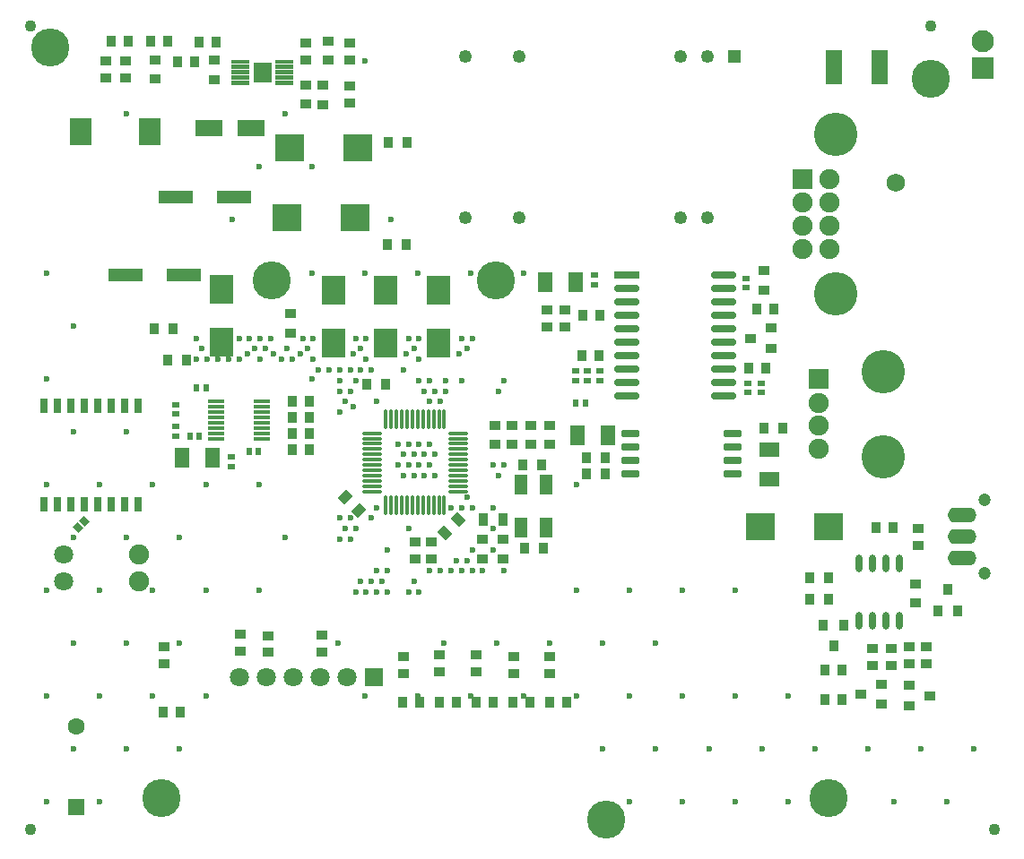
<source format=gts>
G04*
G04 #@! TF.GenerationSoftware,Altium Limited,Altium Designer,21.0.9 (235)*
G04*
G04 Layer_Color=8388736*
%FSLAX44Y44*%
%MOMM*%
G71*
G04*
G04 #@! TF.SameCoordinates,FA964728-6FA9-4AF5-8778-7C994F639020*
G04*
G04*
G04 #@! TF.FilePolarity,Negative*
G04*
G01*
G75*
%ADD26R,1.1000X0.9000*%
%ADD27R,1.6000X3.3000*%
%ADD28R,2.7000X2.5000*%
%ADD29R,0.9000X1.1000*%
%ADD30R,1.4970X0.3794*%
%ADD31R,0.7000X1.4000*%
G04:AMPARAMS|DCode=32|XSize=0.72mm|YSize=0.6mm|CornerRadius=0mm|HoleSize=0mm|Usage=FLASHONLY|Rotation=135.000|XOffset=0mm|YOffset=0mm|HoleType=Round|Shape=Rectangle|*
%AMROTATEDRECTD32*
4,1,4,0.4667,-0.0424,0.0424,-0.4667,-0.4667,0.0424,-0.0424,0.4667,0.4667,-0.0424,0.0*
%
%ADD32ROTATEDRECTD32*%

G04:AMPARAMS|DCode=33|XSize=1.67mm|YSize=0.7mm|CornerRadius=0.125mm|HoleSize=0mm|Usage=FLASHONLY|Rotation=0.000|XOffset=0mm|YOffset=0mm|HoleType=Round|Shape=RoundedRectangle|*
%AMROUNDEDRECTD33*
21,1,1.6700,0.4500,0,0,0.0*
21,1,1.4200,0.7000,0,0,0.0*
1,1,0.2500,0.7100,-0.2250*
1,1,0.2500,-0.7100,-0.2250*
1,1,0.2500,-0.7100,0.2250*
1,1,0.2500,0.7100,0.2250*
%
%ADD33ROUNDEDRECTD33*%
%ADD34R,2.3000X2.7000*%
%ADD35O,1.9000X0.3500*%
%ADD36O,0.3500X1.9000*%
G04:AMPARAMS|DCode=37|XSize=1.1mm|YSize=0.9mm|CornerRadius=0mm|HoleSize=0mm|Usage=FLASHONLY|Rotation=315.000|XOffset=0mm|YOffset=0mm|HoleType=Round|Shape=Rectangle|*
%AMROTATEDRECTD37*
4,1,4,-0.7071,0.0707,-0.0707,0.7071,0.7071,-0.0707,0.0707,-0.7071,-0.7071,0.0707,0.0*
%
%ADD37ROTATEDRECTD37*%

%ADD38R,1.3000X1.9000*%
%ADD39R,0.9000X1.2000*%
G04:AMPARAMS|DCode=40|XSize=1.1mm|YSize=0.9mm|CornerRadius=0mm|HoleSize=0mm|Usage=FLASHONLY|Rotation=225.000|XOffset=0mm|YOffset=0mm|HoleType=Round|Shape=Rectangle|*
%AMROTATEDRECTD40*
4,1,4,0.0707,0.7071,0.7071,0.0707,-0.0707,-0.7071,-0.7071,-0.0707,0.0707,0.7071,0.0*
%
%ADD40ROTATEDRECTD40*%

%ADD41R,0.7200X0.6000*%
%ADD42R,0.6000X0.7200*%
%ADD43R,1.3500X1.8500*%
%ADD44R,3.3000X1.3000*%
%ADD45R,1.1000X0.9000*%
%ADD46R,1.6700X1.9800*%
%ADD47R,2.1000X2.6000*%
%ADD48R,2.5000X1.6500*%
G04:AMPARAMS|DCode=49|XSize=1.65mm|YSize=0.7mm|CornerRadius=0.35mm|HoleSize=0mm|Usage=FLASHONLY|Rotation=270.000|XOffset=0mm|YOffset=0mm|HoleType=Round|Shape=RoundedRectangle|*
%AMROUNDEDRECTD49*
21,1,1.6500,0.0000,0,0,270.0*
21,1,0.9500,0.7000,0,0,270.0*
1,1,0.7000,0.0000,-0.4750*
1,1,0.7000,0.0000,0.4750*
1,1,0.7000,0.0000,0.4750*
1,1,0.7000,0.0000,-0.4750*
%
%ADD49ROUNDEDRECTD49*%
%ADD50R,1.8500X1.3500*%
%ADD51O,2.4000X0.7000*%
%ADD52R,2.4000X0.7000*%
%ADD53R,0.9000X1.1000*%
%ADD54C,1.8000*%
%ADD55R,1.8000X1.8000*%
%ADD56C,1.1000*%
%ADD57C,1.9000*%
%ADD58R,1.9000X1.9000*%
%ADD59C,4.1000*%
%ADD60C,1.7500*%
%ADD61R,2.1000X2.1000*%
%ADD62C,2.1000*%
%ADD63R,1.2500X1.2500*%
%ADD64C,1.2500*%
%ADD65C,3.6000*%
G04:AMPARAMS|DCode=66|XSize=1.6mm|YSize=1.6mm|CornerRadius=0.125mm|HoleSize=0mm|Usage=FLASHONLY|Rotation=180.000|XOffset=0mm|YOffset=0mm|HoleType=Round|Shape=RoundedRectangle|*
%AMROUNDEDRECTD66*
21,1,1.6000,1.3500,0,0,180.0*
21,1,1.3500,1.6000,0,0,180.0*
1,1,0.2500,-0.6750,0.6750*
1,1,0.2500,0.6750,0.6750*
1,1,0.2500,0.6750,-0.6750*
1,1,0.2500,-0.6750,-0.6750*
%
%ADD66ROUNDEDRECTD66*%
%ADD67C,1.6000*%
%ADD68O,2.7160X1.4080*%
%ADD69C,1.2000*%
%ADD70C,0.6000*%
G36*
X-660308Y-22080D02*
X-643308D01*
Y-26080D01*
X-660308D01*
Y-22080D01*
D02*
G37*
G36*
Y-17080D02*
X-643308D01*
Y-21080D01*
X-660308D01*
Y-17080D01*
D02*
G37*
G36*
Y-7080D02*
X-643308D01*
Y-11080D01*
X-660308D01*
Y-7080D01*
D02*
G37*
G36*
Y-12080D02*
X-643308D01*
Y-16080D01*
X-660308D01*
Y-12080D01*
D02*
G37*
G36*
Y-2080D02*
X-643308D01*
Y-6080D01*
X-660308D01*
Y-2080D01*
D02*
G37*
G36*
X-618308Y-17080D02*
X-601308D01*
Y-21080D01*
X-618308D01*
Y-17080D01*
D02*
G37*
G36*
Y-22080D02*
X-601308D01*
Y-26080D01*
X-618308D01*
Y-22080D01*
D02*
G37*
G36*
Y-12080D02*
X-601308D01*
Y-16080D01*
X-618308D01*
Y-12080D01*
D02*
G37*
G36*
Y-7080D02*
X-601308D01*
Y-11080D01*
X-618308D01*
Y-7080D01*
D02*
G37*
G36*
Y-2080D02*
X-601308D01*
Y-6080D01*
X-618308D01*
Y-2080D01*
D02*
G37*
D26*
X-13970Y-497730D02*
D03*
Y-515730D02*
D03*
X-411480Y-347870D02*
D03*
Y-365870D02*
D03*
X-394970Y-347870D02*
D03*
Y-365870D02*
D03*
X-377190D02*
D03*
Y-347870D02*
D03*
X-361950Y-254380D02*
D03*
Y-238380D02*
D03*
X-359410Y-365870D02*
D03*
Y-347870D02*
D03*
X-422910Y-455820D02*
D03*
Y-473820D02*
D03*
X-403860Y-455820D02*
D03*
Y-473820D02*
D03*
X-345440Y-254380D02*
D03*
Y-238380D02*
D03*
X-486410Y-458090D02*
D03*
Y-474090D02*
D03*
X-471170Y-474090D02*
D03*
Y-458090D02*
D03*
X-778899Y-3115D02*
D03*
Y-19115D02*
D03*
X-760348Y-19209D02*
D03*
Y-3209D02*
D03*
X-731909Y-20289D02*
D03*
Y-2289D02*
D03*
X-676029Y-20845D02*
D03*
Y-2845D02*
D03*
X-590168Y-26339D02*
D03*
Y-44339D02*
D03*
X-589638Y13935D02*
D03*
Y-2065D02*
D03*
X-574040Y-44450D02*
D03*
Y-26450D02*
D03*
X-548258Y-27339D02*
D03*
Y-43339D02*
D03*
X-604520Y-242460D02*
D03*
Y-260460D02*
D03*
X-568578Y15571D02*
D03*
Y-2429D02*
D03*
X-548258Y13301D02*
D03*
Y-2699D02*
D03*
X-463550Y-564770D02*
D03*
Y-580770D02*
D03*
X-429260Y-564770D02*
D03*
Y-580770D02*
D03*
X-393700Y-566040D02*
D03*
Y-582040D02*
D03*
X-651510Y-561390D02*
D03*
Y-545390D02*
D03*
X-497840Y-566040D02*
D03*
Y-582040D02*
D03*
X-359410Y-566040D02*
D03*
Y-582040D02*
D03*
X-625730Y-562445D02*
D03*
Y-546445D02*
D03*
X-574930Y-562065D02*
D03*
Y-546065D02*
D03*
X-3810Y-573150D02*
D03*
Y-557150D02*
D03*
X-20320Y-557150D02*
D03*
Y-573150D02*
D03*
X-36830Y-574800D02*
D03*
Y-558800D02*
D03*
X-54610Y-574800D02*
D03*
Y-558800D02*
D03*
X-723900Y-573150D02*
D03*
Y-557150D02*
D03*
X-11430Y-461390D02*
D03*
Y-445390D02*
D03*
X-157480Y-219820D02*
D03*
Y-201820D02*
D03*
D27*
X-47850Y-8890D02*
D03*
X-90850D02*
D03*
D28*
X-543310Y-151130D02*
D03*
X-607310D02*
D03*
X-604770Y-85090D02*
D03*
X-540770D02*
D03*
X-96270Y-443230D02*
D03*
X-160270D02*
D03*
D29*
X-720200Y-285750D02*
D03*
X-702200D02*
D03*
X-514570Y-308610D02*
D03*
X-532570D02*
D03*
X-602360Y-325120D02*
D03*
X-586360D02*
D03*
X-602360Y-370840D02*
D03*
X-586360D02*
D03*
X-602360Y-340360D02*
D03*
X-586360D02*
D03*
X-602360Y-355600D02*
D03*
X-586360D02*
D03*
X-384920Y-384810D02*
D03*
X-366920D02*
D03*
X-365540Y-463550D02*
D03*
X-383540D02*
D03*
X-513190Y-176530D02*
D03*
X-495190D02*
D03*
X-164210Y-237490D02*
D03*
X-148210D02*
D03*
X-171830Y-293370D02*
D03*
X-155830D02*
D03*
X-328040Y-243840D02*
D03*
X-312040D02*
D03*
X-329310Y-281940D02*
D03*
X-313310D02*
D03*
X-757428Y15461D02*
D03*
X-773428D02*
D03*
X-714900Y-256540D02*
D03*
X-732900D02*
D03*
X-736099Y14935D02*
D03*
X-720099D02*
D03*
X-710699Y-4115D02*
D03*
X-694699D02*
D03*
X-690379Y14825D02*
D03*
X-674379D02*
D03*
X-511920Y-80010D02*
D03*
X-493920D02*
D03*
X-429005Y-609600D02*
D03*
X-413005D02*
D03*
X-394398D02*
D03*
X-378397D02*
D03*
X-343790D02*
D03*
X-359790D02*
D03*
X-463613D02*
D03*
X-447612D02*
D03*
X-482220D02*
D03*
X-498220D02*
D03*
X-708280Y-618490D02*
D03*
X-724280D02*
D03*
X-114410Y-511810D02*
D03*
X-96410D02*
D03*
X-99859Y-607060D02*
D03*
X-83859D02*
D03*
X-83440Y-579120D02*
D03*
X-99440D02*
D03*
X-114410Y-491490D02*
D03*
X-96410D02*
D03*
X-157590Y-350520D02*
D03*
X-139590D02*
D03*
X-307230Y-378460D02*
D03*
X-325230D02*
D03*
X-307230Y-393700D02*
D03*
X-325230D02*
D03*
X-35180Y-444500D02*
D03*
X-51180D02*
D03*
D30*
X-674624Y-360413D02*
D03*
Y-355410D02*
D03*
Y-350406D02*
D03*
Y-345402D02*
D03*
Y-340398D02*
D03*
Y-335394D02*
D03*
Y-330391D02*
D03*
Y-325387D02*
D03*
X-630936D02*
D03*
Y-330391D02*
D03*
Y-335394D02*
D03*
Y-340398D02*
D03*
Y-345402D02*
D03*
Y-350406D02*
D03*
Y-355410D02*
D03*
Y-360413D02*
D03*
D31*
X-824230Y-422420D02*
D03*
X-798830Y-329420D02*
D03*
X-836930Y-422420D02*
D03*
X-811530D02*
D03*
X-798830D02*
D03*
X-811530Y-329420D02*
D03*
X-786130D02*
D03*
X-773430D02*
D03*
Y-422420D02*
D03*
X-748030Y-329420D02*
D03*
X-786130Y-422420D02*
D03*
X-760730D02*
D03*
Y-329420D02*
D03*
X-748030Y-422420D02*
D03*
X-824230Y-329420D02*
D03*
X-836930D02*
D03*
D32*
X-805180Y-444500D02*
D03*
X-798816Y-438136D02*
D03*
D33*
X-283200Y-355600D02*
D03*
Y-368300D02*
D03*
Y-381000D02*
D03*
Y-393700D02*
D03*
X-186700D02*
D03*
Y-381000D02*
D03*
Y-368300D02*
D03*
Y-355600D02*
D03*
D34*
X-464820Y-220110D02*
D03*
Y-270110D02*
D03*
X-514350D02*
D03*
Y-220110D02*
D03*
X-563880Y-270110D02*
D03*
Y-220110D02*
D03*
X-669290Y-268840D02*
D03*
Y-218840D02*
D03*
D35*
X-446050Y-410210D02*
D03*
Y-405210D02*
D03*
Y-400210D02*
D03*
Y-395210D02*
D03*
Y-390210D02*
D03*
Y-385210D02*
D03*
Y-380210D02*
D03*
Y-375210D02*
D03*
Y-370210D02*
D03*
Y-365210D02*
D03*
Y-360210D02*
D03*
Y-355210D02*
D03*
X-527050D02*
D03*
Y-360210D02*
D03*
Y-365210D02*
D03*
Y-370210D02*
D03*
Y-375210D02*
D03*
Y-380210D02*
D03*
Y-385210D02*
D03*
Y-390210D02*
D03*
Y-395210D02*
D03*
Y-400210D02*
D03*
Y-405210D02*
D03*
Y-410210D02*
D03*
D36*
X-459050Y-342210D02*
D03*
X-464050D02*
D03*
X-469050D02*
D03*
X-474050D02*
D03*
X-479050D02*
D03*
X-484050D02*
D03*
X-489050D02*
D03*
X-494050D02*
D03*
X-499050D02*
D03*
X-504050D02*
D03*
X-509050D02*
D03*
X-514050D02*
D03*
Y-423210D02*
D03*
X-509050D02*
D03*
X-504050D02*
D03*
X-499050D02*
D03*
X-494050D02*
D03*
X-489050D02*
D03*
X-484050D02*
D03*
X-479050D02*
D03*
X-474050D02*
D03*
X-469050D02*
D03*
X-464050D02*
D03*
X-459050D02*
D03*
D37*
X-445756Y-436866D02*
D03*
X-458484Y-449594D02*
D03*
D38*
X-362650Y-444180D02*
D03*
Y-404180D02*
D03*
X-386650D02*
D03*
Y-444180D02*
D03*
D39*
X-421860Y-436880D02*
D03*
X-403860D02*
D03*
D40*
X-539736Y-428004D02*
D03*
X-552464Y-415276D02*
D03*
D41*
X-660400Y-377770D02*
D03*
Y-386770D02*
D03*
X-712470Y-337240D02*
D03*
Y-328240D02*
D03*
X-712470Y-358140D02*
D03*
Y-349140D02*
D03*
X-312420Y-305490D02*
D03*
Y-296490D02*
D03*
X-323850D02*
D03*
Y-305490D02*
D03*
X-172720Y-307920D02*
D03*
Y-316920D02*
D03*
X-160020D02*
D03*
Y-307920D02*
D03*
X-173990Y-208860D02*
D03*
Y-217860D02*
D03*
X-317500Y-214630D02*
D03*
Y-205630D02*
D03*
X-335280Y-296490D02*
D03*
Y-305490D02*
D03*
D42*
X-643310Y-372110D02*
D03*
X-634310D02*
D03*
X-690190Y-358140D02*
D03*
X-699190D02*
D03*
X-683840Y-312420D02*
D03*
X-692840D02*
D03*
X-334700Y-326390D02*
D03*
X-325700D02*
D03*
D43*
X-706400Y-378460D02*
D03*
X-677900D02*
D03*
X-304520Y-356870D02*
D03*
X-333020D02*
D03*
X-363500Y-212090D02*
D03*
X-335000D02*
D03*
D44*
X-760290Y-205740D02*
D03*
X-705290D02*
D03*
X-712918Y-132190D02*
D03*
X-657918D02*
D03*
D45*
X-150270Y-274930D02*
D03*
Y-255930D02*
D03*
X-170020Y-265430D02*
D03*
X-19910Y-593750D02*
D03*
Y-612750D02*
D03*
X-160Y-603250D02*
D03*
X-46130Y-611480D02*
D03*
Y-592480D02*
D03*
X-65880Y-601980D02*
D03*
D46*
X-630808Y-14080D02*
D03*
D47*
X-802120Y-69850D02*
D03*
X-737120D02*
D03*
D48*
X-681289Y-66670D02*
D03*
X-641288D02*
D03*
D49*
X-29210Y-532460D02*
D03*
X-41910D02*
D03*
X-54610D02*
D03*
X-67310D02*
D03*
Y-478460D02*
D03*
X-54610D02*
D03*
X-41910D02*
D03*
X-29210D02*
D03*
D50*
X-152400Y-370560D02*
D03*
Y-399060D02*
D03*
D51*
X-195550Y-320040D02*
D03*
X-287050D02*
D03*
X-195550Y-307340D02*
D03*
X-287050D02*
D03*
Y-218440D02*
D03*
Y-231140D02*
D03*
Y-243840D02*
D03*
Y-256540D02*
D03*
Y-269240D02*
D03*
Y-281940D02*
D03*
Y-294640D02*
D03*
X-195550Y-205740D02*
D03*
Y-218440D02*
D03*
Y-231140D02*
D03*
Y-243840D02*
D03*
Y-256540D02*
D03*
Y-269240D02*
D03*
Y-281940D02*
D03*
Y-294640D02*
D03*
D52*
X-287050Y-205740D02*
D03*
D53*
X-81940Y-536350D02*
D03*
X-100940D02*
D03*
X-91440Y-556100D02*
D03*
X7010Y-522830D02*
D03*
X26010D02*
D03*
X16510Y-503080D02*
D03*
D54*
X-601980Y-585470D02*
D03*
X-576580D02*
D03*
X-551180D02*
D03*
X-627380D02*
D03*
X-652780D02*
D03*
X-818790Y-495100D02*
D03*
Y-470100D02*
D03*
D55*
X-525780Y-585470D02*
D03*
D56*
X0Y30000D02*
D03*
X-850000D02*
D03*
Y-730000D02*
D03*
X60000D02*
D03*
D57*
X-105450Y-369891D02*
D03*
Y-348180D02*
D03*
Y-326333D02*
D03*
X-120920Y-137110D02*
D03*
Y-159110D02*
D03*
Y-181110D02*
D03*
X-95520Y-115110D02*
D03*
Y-137110D02*
D03*
Y-159110D02*
D03*
Y-181110D02*
D03*
X-746990Y-495100D02*
D03*
Y-470100D02*
D03*
D58*
X-105450Y-304180D02*
D03*
X-120920Y-115110D02*
D03*
D59*
X-44450Y-377180D02*
D03*
Y-297180D02*
D03*
X-89020Y-73110D02*
D03*
Y-223110D02*
D03*
D60*
X-33020Y-118110D02*
D03*
D61*
X49530Y-10160D02*
D03*
D62*
Y15240D02*
D03*
D63*
X-185050Y1270D02*
D03*
D64*
X-388250D02*
D03*
X-235850Y-151130D02*
D03*
Y1270D02*
D03*
X-439050Y-151130D02*
D03*
X-388250D02*
D03*
X-210450D02*
D03*
X-439050Y1270D02*
D03*
X-210450D02*
D03*
D65*
X-622200Y-210320D02*
D03*
X-410110D02*
D03*
X-95860Y-700320D02*
D03*
X0Y-20320D02*
D03*
X-725860Y-700320D02*
D03*
X-830860Y9680D02*
D03*
X-305970Y-720320D02*
D03*
D66*
X-806450Y-708560D02*
D03*
D67*
Y-632560D02*
D03*
D68*
X29800Y-452830D02*
D03*
Y-472830D02*
D03*
Y-432830D02*
D03*
D69*
X50800Y-487830D02*
D03*
Y-417830D02*
D03*
D70*
X-472749Y-365370D02*
D03*
X-467749Y-375370D02*
D03*
X-472749Y-385370D02*
D03*
X-467749Y-395370D02*
D03*
X-482749Y-365370D02*
D03*
X-477749Y-375370D02*
D03*
X-482749Y-385370D02*
D03*
X-477749Y-395370D02*
D03*
X-492749Y-365370D02*
D03*
X-487749Y-375370D02*
D03*
X-492749Y-385370D02*
D03*
X-487749Y-395370D02*
D03*
X-502749Y-365370D02*
D03*
X-497749Y-375370D02*
D03*
X-502749Y-385370D02*
D03*
X-497749Y-395370D02*
D03*
X40800Y-653530D02*
D03*
X15800Y-703530D02*
D03*
X-9200Y-653530D02*
D03*
X-34200Y-703530D02*
D03*
X-59200Y-653530D02*
D03*
X-134200Y-603530D02*
D03*
X-109200Y-653530D02*
D03*
X-134200Y-703530D02*
D03*
X-184200Y-503530D02*
D03*
Y-603530D02*
D03*
X-159200Y-653530D02*
D03*
X-184200Y-703530D02*
D03*
X-234200Y-503530D02*
D03*
Y-603530D02*
D03*
X-209200Y-653530D02*
D03*
X-234200Y-703530D02*
D03*
X-284200Y-503530D02*
D03*
X-259200Y-553530D02*
D03*
X-284200Y-603530D02*
D03*
X-259200Y-653530D02*
D03*
X-284200Y-703530D02*
D03*
X-334200Y-403530D02*
D03*
Y-503530D02*
D03*
X-309200Y-553530D02*
D03*
X-334200Y-603530D02*
D03*
X-309200Y-653530D02*
D03*
X-384200Y-203530D02*
D03*
X-359200Y-553530D02*
D03*
X-384200Y-603530D02*
D03*
X-434200Y-203530D02*
D03*
X-409200Y-553530D02*
D03*
X-434200Y-603530D02*
D03*
X-484200Y-203530D02*
D03*
X-459200Y-553530D02*
D03*
X-484200Y-603530D02*
D03*
X-534200Y-3530D02*
D03*
X-509200Y-153530D02*
D03*
X-534200Y-203530D02*
D03*
Y-603530D02*
D03*
X-584200Y-103530D02*
D03*
Y-203530D02*
D03*
Y-303530D02*
D03*
X-559200Y-553530D02*
D03*
X-609200Y-53530D02*
D03*
X-634200Y-103530D02*
D03*
Y-403530D02*
D03*
X-609200Y-453530D02*
D03*
X-634200Y-503530D02*
D03*
X-659200Y-153530D02*
D03*
X-684200Y-403530D02*
D03*
Y-503530D02*
D03*
Y-603530D02*
D03*
X-734200Y-403530D02*
D03*
X-709200Y-453530D02*
D03*
X-734200Y-503530D02*
D03*
X-709200Y-553530D02*
D03*
X-734200Y-603530D02*
D03*
X-709200Y-653530D02*
D03*
X-759200Y-53530D02*
D03*
Y-353530D02*
D03*
X-784200Y-403530D02*
D03*
X-759200Y-453530D02*
D03*
X-784200Y-503530D02*
D03*
X-759200Y-553530D02*
D03*
X-784200Y-603530D02*
D03*
X-759200Y-653530D02*
D03*
X-784200Y-703530D02*
D03*
X-834200Y-203530D02*
D03*
X-809200Y-253530D02*
D03*
X-834200Y-303530D02*
D03*
X-809200Y-353530D02*
D03*
X-834200Y-403530D02*
D03*
X-809200Y-453530D02*
D03*
X-834200Y-503530D02*
D03*
X-809200Y-553530D02*
D03*
X-834200Y-603530D02*
D03*
X-809200Y-653530D02*
D03*
X-834200Y-703530D02*
D03*
X-402749Y-305370D02*
D03*
Y-385370D02*
D03*
Y-485370D02*
D03*
X-407749Y-315370D02*
D03*
X-412749Y-385370D02*
D03*
X-407749Y-395370D02*
D03*
X-412749Y-425370D02*
D03*
Y-445370D02*
D03*
Y-465370D02*
D03*
X-422749Y-485370D02*
D03*
X-432749Y-265370D02*
D03*
Y-425370D02*
D03*
Y-465370D02*
D03*
Y-485370D02*
D03*
X-442749Y-265370D02*
D03*
X-437749Y-275370D02*
D03*
X-442749Y-305370D02*
D03*
X-437749Y-415370D02*
D03*
X-442749Y-425370D02*
D03*
X-437749Y-475370D02*
D03*
X-442749Y-485370D02*
D03*
X-452749Y-425370D02*
D03*
X-447749Y-475370D02*
D03*
X-452749Y-485370D02*
D03*
X-457749Y-315370D02*
D03*
X-462749Y-325370D02*
D03*
Y-485370D02*
D03*
X-472749Y-305370D02*
D03*
X-467749Y-315370D02*
D03*
X-472749Y-325370D02*
D03*
Y-485370D02*
D03*
X-482749Y-265370D02*
D03*
Y-285370D02*
D03*
X-477749Y-315370D02*
D03*
X-482749Y-505370D02*
D03*
X-492749Y-265370D02*
D03*
X-487749Y-275370D02*
D03*
X-492749Y-445370D02*
D03*
X-487749Y-495370D02*
D03*
X-492749Y-505370D02*
D03*
X-497749Y-295370D02*
D03*
X-512749Y-465370D02*
D03*
Y-485370D02*
D03*
Y-505370D02*
D03*
X-522749Y-325370D02*
D03*
Y-425370D02*
D03*
Y-485370D02*
D03*
X-517749Y-495370D02*
D03*
X-522749Y-505370D02*
D03*
X-532749Y-265370D02*
D03*
Y-285370D02*
D03*
X-527749Y-295370D02*
D03*
Y-435370D02*
D03*
Y-495370D02*
D03*
X-532749Y-505370D02*
D03*
X-542749Y-265370D02*
D03*
X-537749Y-275370D02*
D03*
Y-295370D02*
D03*
X-542749Y-305370D02*
D03*
Y-445370D02*
D03*
X-537749Y-495370D02*
D03*
X-542749Y-505370D02*
D03*
X-547749Y-295370D02*
D03*
Y-315370D02*
D03*
X-552749Y-325370D02*
D03*
X-547749Y-435370D02*
D03*
X-552749Y-445370D02*
D03*
X-547749Y-455370D02*
D03*
X-557749Y-295370D02*
D03*
Y-315370D02*
D03*
Y-335370D02*
D03*
Y-435370D02*
D03*
X-567749Y-295370D02*
D03*
X-582749Y-265370D02*
D03*
Y-285370D02*
D03*
X-577749Y-295370D02*
D03*
X-592749Y-265370D02*
D03*
X-587749Y-275370D02*
D03*
X-602749Y-285370D02*
D03*
X-607749Y-275370D02*
D03*
X-612749Y-285370D02*
D03*
X-622749Y-265370D02*
D03*
X-632749D02*
D03*
X-627749Y-275370D02*
D03*
X-632749Y-285370D02*
D03*
X-642749Y-265370D02*
D03*
X-637749Y-275370D02*
D03*
X-652749Y-265370D02*
D03*
Y-285370D02*
D03*
X-662749D02*
D03*
X-672749D02*
D03*
X-682749D02*
D03*
X-692749Y-265370D02*
D03*
X-687749Y-275370D02*
D03*
X-692749Y-285370D02*
D03*
X-445250Y-280370D02*
D03*
X-457750Y-305370D02*
D03*
X-482750D02*
D03*
X-495250Y-280370D02*
D03*
X-545250D02*
D03*
X-557750Y-305370D02*
D03*
X-545250Y-330370D02*
D03*
X-557750Y-455370D02*
D03*
X-595250Y-280370D02*
D03*
X-620250D02*
D03*
X-645250D02*
D03*
M02*

</source>
